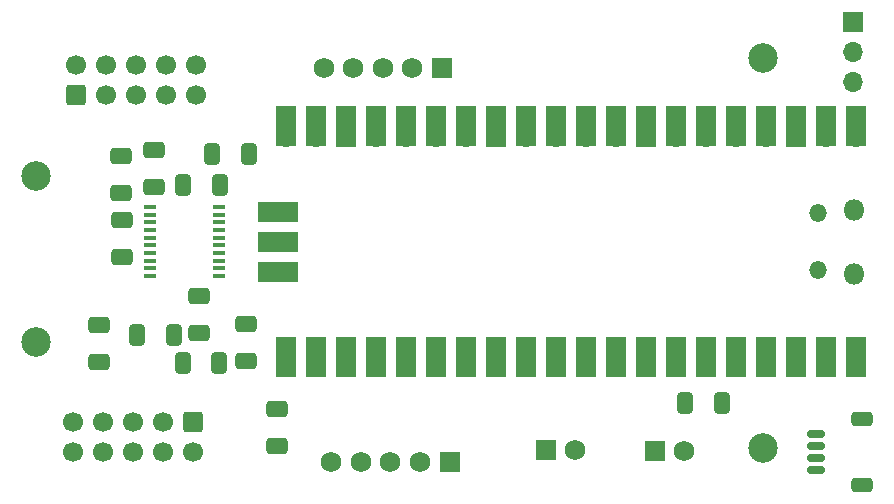
<source format=gbr>
%TF.GenerationSoftware,KiCad,Pcbnew,7.0.1-1.fc37*%
%TF.CreationDate,2023-03-22T21:56:34-05:00*%
%TF.ProjectId,main_board,6d61696e-5f62-46f6-9172-642e6b696361,rev?*%
%TF.SameCoordinates,Original*%
%TF.FileFunction,Soldermask,Top*%
%TF.FilePolarity,Negative*%
%FSLAX46Y46*%
G04 Gerber Fmt 4.6, Leading zero omitted, Abs format (unit mm)*
G04 Created by KiCad (PCBNEW 7.0.1-1.fc37) date 2023-03-22 21:56:34*
%MOMM*%
%LPD*%
G01*
G04 APERTURE LIST*
G04 Aperture macros list*
%AMRoundRect*
0 Rectangle with rounded corners*
0 $1 Rounding radius*
0 $2 $3 $4 $5 $6 $7 $8 $9 X,Y pos of 4 corners*
0 Add a 4 corners polygon primitive as box body*
4,1,4,$2,$3,$4,$5,$6,$7,$8,$9,$2,$3,0*
0 Add four circle primitives for the rounded corners*
1,1,$1+$1,$2,$3*
1,1,$1+$1,$4,$5*
1,1,$1+$1,$6,$7*
1,1,$1+$1,$8,$9*
0 Add four rect primitives between the rounded corners*
20,1,$1+$1,$2,$3,$4,$5,0*
20,1,$1+$1,$4,$5,$6,$7,0*
20,1,$1+$1,$6,$7,$8,$9,0*
20,1,$1+$1,$8,$9,$2,$3,0*%
G04 Aperture macros list end*
%ADD10R,1.750000X1.750000*%
%ADD11C,1.750000*%
%ADD12RoundRect,0.250000X0.650000X-0.412500X0.650000X0.412500X-0.650000X0.412500X-0.650000X-0.412500X0*%
%ADD13C,2.500000*%
%ADD14RoundRect,0.150000X0.625000X-0.150000X0.625000X0.150000X-0.625000X0.150000X-0.625000X-0.150000X0*%
%ADD15RoundRect,0.250000X0.650000X-0.350000X0.650000X0.350000X-0.650000X0.350000X-0.650000X-0.350000X0*%
%ADD16RoundRect,0.250000X0.412500X0.650000X-0.412500X0.650000X-0.412500X-0.650000X0.412500X-0.650000X0*%
%ADD17RoundRect,0.250000X-0.650000X0.412500X-0.650000X-0.412500X0.650000X-0.412500X0.650000X0.412500X0*%
%ADD18RoundRect,0.250000X-0.412500X-0.650000X0.412500X-0.650000X0.412500X0.650000X-0.412500X0.650000X0*%
%ADD19R,1.000000X0.400000*%
%ADD20RoundRect,0.250000X0.600000X-0.600000X0.600000X0.600000X-0.600000X0.600000X-0.600000X-0.600000X0*%
%ADD21C,1.700000*%
%ADD22RoundRect,0.250000X-0.600000X0.600000X-0.600000X-0.600000X0.600000X-0.600000X0.600000X0.600000X0*%
%ADD23O,1.800000X1.800000*%
%ADD24O,1.500000X1.500000*%
%ADD25O,1.700000X1.700000*%
%ADD26R,1.700000X3.500000*%
%ADD27R,1.700000X1.700000*%
%ADD28R,3.500000X1.700000*%
G04 APERTURE END LIST*
D10*
%TO.C,J12*%
X62741601Y-60228297D03*
D11*
X60241601Y-60228297D03*
X57741601Y-60228297D03*
X55241601Y-60228297D03*
X52741601Y-60228297D03*
%TD*%
D12*
%TO.C,C1*%
X34974595Y-42808775D03*
X34974595Y-39683775D03*
%TD*%
D13*
%TO.C,REF\u002A\u002A*%
X89250000Y-59000000D03*
%TD*%
D14*
%TO.C,J7*%
X93797278Y-60831647D03*
X93797278Y-59831647D03*
X93797278Y-58831647D03*
X93797278Y-57831647D03*
D15*
X97672278Y-62131647D03*
X97672278Y-56531647D03*
%TD*%
D10*
%TO.C,J8*%
X62095641Y-26831617D03*
D11*
X59595641Y-26831617D03*
X57095641Y-26831617D03*
X54595641Y-26831617D03*
X52095641Y-26831617D03*
%TD*%
D12*
%TO.C,R22*%
X34941117Y-37399900D03*
X34941117Y-34274900D03*
%TD*%
D16*
%TO.C,R24*%
X39381889Y-49463968D03*
X36256889Y-49463968D03*
%TD*%
D12*
%TO.C,R1*%
X41498529Y-49269604D03*
X41498529Y-46144604D03*
%TD*%
D13*
%TO.C,REF\u002A\u002A*%
X89250000Y-26000000D03*
%TD*%
D17*
%TO.C,R25*%
X37700231Y-33772249D03*
X37700231Y-36897249D03*
%TD*%
D12*
%TO.C,C2*%
X45483465Y-51617759D03*
X45483465Y-48492759D03*
%TD*%
D10*
%TO.C,J5*%
X80107542Y-59228823D03*
D11*
X82607542Y-59228823D03*
%TD*%
D16*
%TO.C,R23*%
X43275680Y-36744807D03*
X40150680Y-36744807D03*
%TD*%
D12*
%TO.C,R27*%
X33093697Y-51727027D03*
X33093697Y-48602027D03*
%TD*%
D18*
%TO.C,R26*%
X42672555Y-34153418D03*
X45797555Y-34153418D03*
%TD*%
%TO.C,C5*%
X40138282Y-51788156D03*
X43263282Y-51788156D03*
%TD*%
D13*
%TO.C,REF\u002A\u002A*%
X27736213Y-50000000D03*
%TD*%
D19*
%TO.C,U1*%
X43209358Y-44457010D03*
X43209358Y-43807010D03*
X43209358Y-43157010D03*
X43209358Y-42507010D03*
X43209358Y-41857010D03*
X43209358Y-41207010D03*
X43209358Y-40557010D03*
X43209358Y-39907010D03*
X43209358Y-39257010D03*
X43209358Y-38607010D03*
X37409358Y-38607010D03*
X37409358Y-39257010D03*
X37409358Y-39907010D03*
X37409358Y-40557010D03*
X37409358Y-41207010D03*
X37409358Y-41857010D03*
X37409358Y-42507010D03*
X37409358Y-43157010D03*
X37409358Y-43807010D03*
X37409358Y-44457010D03*
%TD*%
D16*
%TO.C,C3*%
X85822069Y-55189997D03*
X82697069Y-55189997D03*
%TD*%
D20*
%TO.C,J10*%
X31081671Y-29113830D03*
D21*
X31081671Y-26573830D03*
X33621671Y-29113830D03*
X33621671Y-26573830D03*
X36161671Y-29113830D03*
X36161671Y-26573830D03*
X38701671Y-29113830D03*
X38701671Y-26573830D03*
X41241671Y-29113830D03*
X41241671Y-26573830D03*
%TD*%
D10*
%TO.C,J3*%
X70905936Y-59166929D03*
D11*
X73405936Y-59166929D03*
%TD*%
D22*
%TO.C,J9*%
X41027765Y-56779055D03*
D21*
X41027765Y-59319055D03*
X38487765Y-56779055D03*
X38487765Y-59319055D03*
X35947765Y-56779055D03*
X35947765Y-59319055D03*
X33407765Y-56779055D03*
X33407765Y-59319055D03*
X30867765Y-56779055D03*
X30867765Y-59319055D03*
%TD*%
D17*
%TO.C,C6*%
X48162538Y-55746620D03*
X48162538Y-58871620D03*
%TD*%
D23*
%TO.C,U2*%
X97000000Y-38825114D03*
D24*
X93970000Y-39125114D03*
X93970000Y-43975114D03*
D23*
X97000000Y-44275114D03*
D25*
X97130000Y-32660114D03*
D26*
X97130000Y-31760114D03*
D25*
X94590000Y-32660114D03*
D26*
X94590000Y-31760114D03*
D27*
X92050000Y-32660114D03*
D26*
X92050000Y-31760114D03*
D25*
X89510000Y-32660114D03*
D26*
X89510000Y-31760114D03*
D25*
X86970000Y-32660114D03*
D26*
X86970000Y-31760114D03*
D25*
X84430000Y-32660114D03*
D26*
X84430000Y-31760114D03*
D25*
X81890000Y-32660114D03*
D26*
X81890000Y-31760114D03*
D27*
X79350000Y-32660114D03*
D26*
X79350000Y-31760114D03*
D25*
X76810000Y-32660114D03*
D26*
X76810000Y-31760114D03*
D25*
X74270000Y-32660114D03*
D26*
X74270000Y-31760114D03*
D25*
X71730000Y-32660114D03*
D26*
X71730000Y-31760114D03*
D25*
X69190000Y-32660114D03*
D26*
X69190000Y-31760114D03*
D27*
X66650000Y-32660114D03*
D26*
X66650000Y-31760114D03*
D25*
X64110000Y-32660114D03*
D26*
X64110000Y-31760114D03*
D25*
X61570000Y-32660114D03*
D26*
X61570000Y-31760114D03*
D25*
X59030000Y-32660114D03*
D26*
X59030000Y-31760114D03*
D25*
X56490000Y-32660114D03*
D26*
X56490000Y-31760114D03*
D27*
X53950000Y-32660114D03*
D26*
X53950000Y-31760114D03*
D25*
X51410000Y-32660114D03*
D26*
X51410000Y-31760114D03*
D25*
X48870000Y-32660114D03*
D26*
X48870000Y-31760114D03*
D25*
X48870000Y-50440114D03*
D26*
X48870000Y-51340114D03*
D25*
X51410000Y-50440114D03*
D26*
X51410000Y-51340114D03*
D27*
X53950000Y-50440114D03*
D26*
X53950000Y-51340114D03*
D25*
X56490000Y-50440114D03*
D26*
X56490000Y-51340114D03*
D25*
X59030000Y-50440114D03*
D26*
X59030000Y-51340114D03*
D25*
X61570000Y-50440114D03*
D26*
X61570000Y-51340114D03*
D25*
X64110000Y-50440114D03*
D26*
X64110000Y-51340114D03*
D27*
X66650000Y-50440114D03*
D26*
X66650000Y-51340114D03*
D25*
X69190000Y-50440114D03*
D26*
X69190000Y-51340114D03*
D25*
X71730000Y-50440114D03*
D26*
X71730000Y-51340114D03*
D25*
X74270000Y-50440114D03*
D26*
X74270000Y-51340114D03*
D25*
X76810000Y-50440114D03*
D26*
X76810000Y-51340114D03*
D27*
X79350000Y-50440114D03*
D26*
X79350000Y-51340114D03*
D25*
X81890000Y-50440114D03*
D26*
X81890000Y-51340114D03*
D25*
X84430000Y-50440114D03*
D26*
X84430000Y-51340114D03*
D25*
X86970000Y-50440114D03*
D26*
X86970000Y-51340114D03*
D25*
X89510000Y-50440114D03*
D26*
X89510000Y-51340114D03*
D27*
X92050000Y-50440114D03*
D26*
X92050000Y-51340114D03*
D25*
X94590000Y-50440114D03*
D26*
X94590000Y-51340114D03*
D25*
X97130000Y-50440114D03*
D26*
X97130000Y-51340114D03*
D25*
X49100000Y-39010114D03*
D28*
X48200000Y-39010114D03*
D27*
X49100000Y-41550114D03*
D28*
X48200000Y-41550114D03*
D25*
X49100000Y-44090114D03*
D28*
X48200000Y-44090114D03*
%TD*%
D13*
%TO.C,REF\u002A\u002A*%
X27736213Y-36000000D03*
%TD*%
D27*
%TO.C,J1*%
X96916842Y-22939838D03*
D25*
X96916842Y-25479838D03*
X96916842Y-28019838D03*
%TD*%
M02*

</source>
